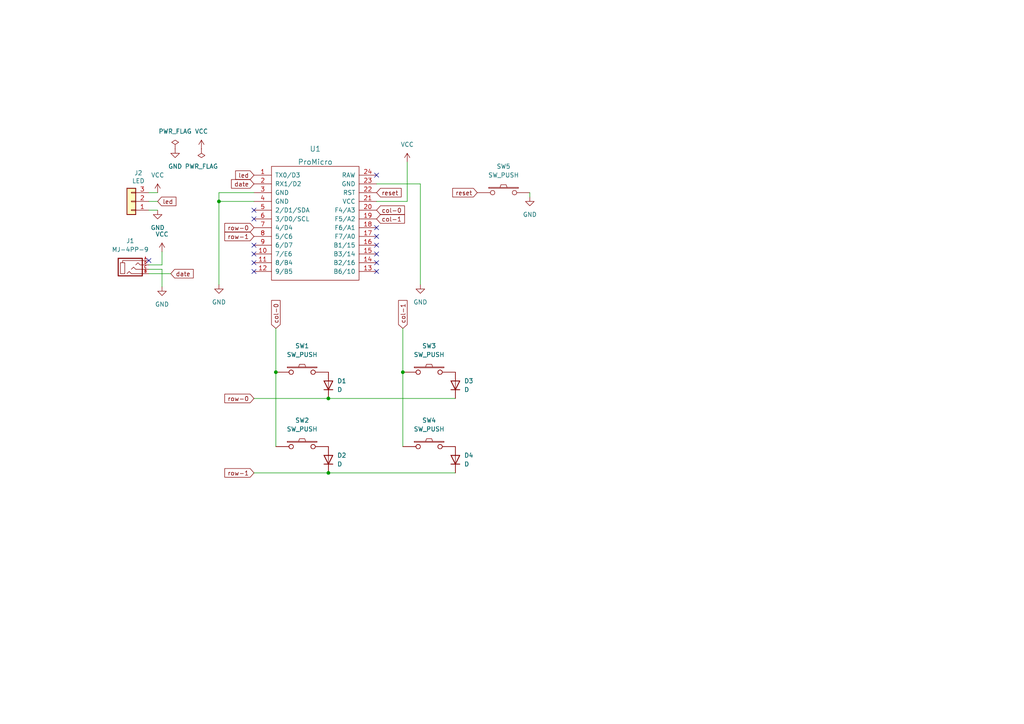
<source format=kicad_sch>
(kicad_sch (version 20211123) (generator eeschema)
  (paper "A4")
  (lib_symbols
    (symbol "Connector_Generic:Conn_01x03" (pin_names (offset 1.016) hide)
      (property "Reference" "J" (at 0 5.08 0))
      (property "Value" "Conn_01x03" (at 0 -5.08 0))
      (symbol "Conn_01x03_1_1"
        (rectangle (start -1.27 -2.413) (end 0 -2.667) (stroke (width 0.1524)))
        (rectangle (start -1.27 0.127) (end 0 -0.127) (stroke (width 0.1524)))
        (rectangle (start -1.27 2.667) (end 0 2.413) (stroke (width 0.1524)))
        (rectangle (start -1.27 3.81) (end 1.27 -3.81) (stroke (width 0.254)) (fill (type background)))
        (pin passive line (at -5.08 2.54 0) (length 3.81) (name "Pin_1") (number "1"))
        (pin passive line (at -5.08 0 0) (length 3.81) (name "Pin_2") (number "2"))
        (pin passive line (at -5.08 -2.54 0) (length 3.81) (name "Pin_3") (number "3"))
      )
    )
    (symbol "Device:D" (pin_numbers hide) (pin_names (offset 1.016) hide)
      (property "Reference" "D" (at 0 2.54 0))
      (property "Value" "D" (at 0 -2.54 0))
      (symbol "D_0_1"
        (polyline (pts (xy -1.27 1.27) (xy -1.27 -1.27)) (stroke (width 0.254)))
        (polyline (pts (xy 1.27 0) (xy -1.27 0)))
        (polyline (pts (xy 1.27 1.27) (xy 1.27 -1.27) (xy -1.27 0) (xy 1.27 1.27)) (stroke (width 0.254)))
      )
      (symbol "D_1_1"
        (pin passive line (at -3.81 0 0) (length 2.54) (name "K") (number "1"))
        (pin passive line (at 3.81 0 180) (length 2.54) (name "A") (number "2"))
      )
    )
    (symbol "Keyboard:MJ-4PP-9" (pin_names (offset 1.016))
      (property "Reference" "J" (at 0 3.81 0))
      (property "Value" "MJ-4PP-9" (at 0 -3.81 0))
      (symbol "MJ-4PP-9_0_1"
        (rectangle (start -1.905 -1.905) (end -3.175 1.27))
        (polyline (pts (xy -2.54 1.27) (xy -2.54 1.905) (xy 3.175 1.905)))
        (polyline (pts (xy -1.27 -1.905) (xy -0.635 -1.27) (xy 0 -1.905) (xy 3.175 -1.905)))
        (polyline (pts (xy 0 -0.635) (xy 0.635 0) (xy 1.27 -0.635) (xy 3.175 -0.635)))
        (polyline (pts (xy 1.27 0.635) (xy 1.905 1.27) (xy 2.54 0.635) (xy 3.175 0.635)))
        (rectangle (start 3.175 2.54) (end -3.81 -2.54) (stroke (width 0.3048)))
      )
      (symbol "MJ-4PP-9_1_1"
        (pin input line (at 5.08 1.905 180) (length 2.0066) (name "~") (number "A"))
        (pin input line (at 5.08 -1.905 180) (length 2.0066) (name "~") (number "B"))
        (pin input line (at 5.08 -0.635 180) (length 2.0066) (name "~") (number "C"))
        (pin input line (at 5.08 0.635 180) (length 2.0066) (name "~") (number "D"))
      )
    )
    (symbol "Keyboard:ProMicro" (pin_names (offset 1.016))
      (property "Reference" "U" (at 0 19.05 0))
      (property "Value" "ProMicro" (at 0 -19.05 0))
      (symbol "ProMicro_0_1"
        (rectangle (start -12.7 16.51) (end 12.7 -16.51))
      )
      (symbol "ProMicro_1_1"
        (pin bidirectional line (at -17.78 13.97 0) (length 5.08) (name "TX0/D3") (number "1"))
        (pin bidirectional line (at -17.78 -8.89 0) (length 5.08) (name "7/E6") (number "10"))
        (pin bidirectional line (at -17.78 -11.43 0) (length 5.08) (name "8/B4") (number "11"))
        (pin bidirectional line (at -17.78 -13.97 0) (length 5.08) (name "9/B5") (number "12"))
        (pin bidirectional line (at 17.78 -13.97 180) (length 5.08) (name "B6/10") (number "13"))
        (pin bidirectional line (at 17.78 -11.43 180) (length 5.08) (name "B2/16") (number "14"))
        (pin bidirectional line (at 17.78 -8.89 180) (length 5.08) (name "B3/14") (number "15"))
        (pin bidirectional line (at 17.78 -6.35 180) (length 5.08) (name "B1/15") (number "16"))
        (pin bidirectional line (at 17.78 -3.81 180) (length 5.08) (name "F7/A0") (number "17"))
        (pin bidirectional line (at 17.78 -1.27 180) (length 5.08) (name "F6/A1") (number "18"))
        (pin bidirectional line (at 17.78 1.27 180) (length 5.08) (name "F5/A2") (number "19"))
        (pin bidirectional line (at -17.78 11.43 0) (length 5.08) (name "RX1/D2") (number "2"))
        (pin bidirectional line (at 17.78 3.81 180) (length 5.08) (name "F4/A3") (number "20"))
        (pin power_in line (at 17.78 6.35 180) (length 5.08) (name "VCC") (number "21"))
        (pin input line (at 17.78 8.89 180) (length 5.08) (name "RST") (number "22"))
        (pin power_in line (at 17.78 11.43 180) (length 5.08) (name "GND") (number "23"))
        (pin power_out line (at 17.78 13.97 180) (length 5.08) (name "RAW") (number "24"))
        (pin power_in line (at -17.78 8.89 0) (length 5.08) (name "GND") (number "3"))
        (pin power_in line (at -17.78 6.35 0) (length 5.08) (name "GND") (number "4"))
        (pin bidirectional line (at -17.78 3.81 0) (length 5.08) (name "2/D1/SDA") (number "5"))
        (pin bidirectional line (at -17.78 1.27 0) (length 5.08) (name "3/D0/SCL") (number "6"))
        (pin bidirectional line (at -17.78 -1.27 0) (length 5.08) (name "4/D4") (number "7"))
        (pin bidirectional line (at -17.78 -3.81 0) (length 5.08) (name "5/C6") (number "8"))
        (pin bidirectional line (at -17.78 -6.35 0) (length 5.08) (name "6/D7") (number "9"))
      )
    )
    (symbol "Keyboard:SW_PUSH" (pin_numbers hide) (pin_names (offset 1.016) hide)
      (property "Reference" "SW" (at 3.81 2.794 0))
      (property "Value" "SW_PUSH" (at 0 -2.032 0))
      (symbol "SW_PUSH_0_1"
        (rectangle (start -4.318 1.27) (end 4.318 1.524))
        (polyline (pts (xy -1.016 1.524) (xy -0.762 2.286) (xy 0.762 2.286) (xy 1.016 1.524)))
        (pin passive inverted (at -7.62 0 0) (length 5.08) (name "1") (number "1"))
        (pin passive inverted (at 7.62 0 180) (length 5.08) (name "2") (number "2"))
      )
    )
    (symbol "power:GND" (power) (pin_names (offset 0))
      (property "Value" "GND" (at 0 -3.81 0))
      (symbol "GND_0_1"
        (polyline (pts (xy 0 0) (xy 0 -1.27) (xy 1.27 -1.27) (xy 0 -2.54) (xy -1.27 -1.27) (xy 0 -1.27)))
      )
      (symbol "GND_1_1"
        (pin power_in line (at 0 0 270) (length 0) hide (name "GND") (number "1"))
      )
    )
    (symbol "power:PWR_FLAG" (power) (pin_numbers hide) (pin_names (offset 0) hide)
      (property "Value" "PWR_FLAG" (at 0 3.81 0))
      (symbol "PWR_FLAG_0_0"
        (pin power_out line (at 0 0 90) (length 0) (name "pwr") (number "1"))
      )
      (symbol "PWR_FLAG_0_1"
        (polyline (pts (xy 0 0) (xy 0 1.27) (xy -1.016 1.905) (xy 0 2.54) (xy 1.016 1.905) (xy 0 1.27)))
      )
    )
    (symbol "power:VCC" (power) (pin_names (offset 0))
      (property "Value" "VCC" (at 0 3.81 0))
      (symbol "VCC_0_1"
        (polyline (pts (xy -0.762 1.27) (xy 0 2.54)))
        (polyline (pts (xy 0 0) (xy 0 2.54)))
        (polyline (pts (xy 0 2.54) (xy 0.762 1.27)))
      )
      (symbol "VCC_1_1"
        (pin power_in line (at 0 0 90) (length 0) hide (name "VCC") (number "1"))
      )
    )
  )
  (junction (at 95.25 115.57))
  (junction (at 63.5 58.42))
  (junction (at 116.84 107.95))
  (junction (at 80.01 107.95))
  (junction (at 95.25 137.16))
  (no_connect (at 43.18 75.565))
  (no_connect (at 73.66 63.5))
  (no_connect (at 73.66 60.96))
  (no_connect (at 109.22 50.8))
  (no_connect (at 109.22 78.74))
  (no_connect (at 109.22 76.2))
  (no_connect (at 109.22 73.66))
  (no_connect (at 109.22 71.12))
  (no_connect (at 109.22 66.04))
  (no_connect (at 109.22 68.58))
  (no_connect (at 73.66 71.12))
  (no_connect (at 73.66 73.66))
  (no_connect (at 73.66 76.2))
  (no_connect (at 73.66 78.74))
  (wire (pts (xy 73.66 55.88) (xy 63.5 55.88)))
  (wire (pts (xy 46.99 76.835) (xy 43.18 76.835)))
  (wire (pts (xy 95.25 115.57) (xy 132.08 115.57)))
  (wire (pts (xy 73.66 115.57) (xy 95.25 115.57)))
  (wire (pts (xy 63.5 55.88) (xy 63.5 58.42)))
  (wire (pts (xy 118.11 46.99) (xy 118.11 58.42)))
  (wire (pts (xy 43.18 55.88) (xy 45.72 55.88)))
  (wire (pts (xy 43.18 58.42) (xy 45.72 58.42)))
  (wire (pts (xy 121.92 53.34) (xy 121.92 82.55)))
  (wire (pts (xy 43.18 79.375) (xy 49.53 79.375)))
  (wire (pts (xy 109.22 58.42) (xy 118.11 58.42)))
  (wire (pts (xy 109.22 53.34) (xy 121.92 53.34)))
  (wire (pts (xy 63.5 58.42) (xy 73.66 58.42)))
  (wire (pts (xy 63.5 58.42) (xy 63.5 82.55)))
  (wire (pts (xy 43.18 60.96) (xy 45.72 60.96)))
  (wire (pts (xy 80.01 95.25) (xy 80.01 107.95)))
  (wire (pts (xy 73.66 137.16) (xy 95.25 137.16)))
  (wire (pts (xy 46.99 73.025) (xy 46.99 76.835)))
  (wire (pts (xy 46.99 78.105) (xy 46.99 83.185)))
  (wire (pts (xy 116.84 107.95) (xy 116.84 129.54)))
  (wire (pts (xy 43.18 78.105) (xy 46.99 78.105)))
  (wire (pts (xy 153.67 55.88) (xy 153.67 57.15)))
  (wire (pts (xy 80.01 107.95) (xy 80.01 129.54)))
  (wire (pts (xy 95.25 137.16) (xy 132.08 137.16)))
  (wire (pts (xy 116.84 95.25) (xy 116.84 107.95)))
  (global_label "row-1" (shape input) (at 73.66 137.16 180) (property "Intersheet References" "${INTERSHEET_REFS}" (effects hide)))
  (global_label "col-1" (shape input) (at 116.84 95.25 90) (property "Intersheet References" "${INTERSHEET_REFS}" (effects hide)))
  (global_label "row-0" (shape input) (at 73.66 115.57 180) (property "Intersheet References" "${INTERSHEET_REFS}" (effects hide)))
  (global_label "row-0" (shape input) (at 73.66 66.04 180) (property "Intersheet References" "${INTERSHEET_REFS}" (effects hide)))
  (global_label "row-1" (shape input) (at 73.66 68.58 180) (property "Intersheet References" "${INTERSHEET_REFS}" (effects hide)))
  (global_label "col-0" (shape input) (at 80.01 95.25 90) (property "Intersheet References" "${INTERSHEET_REFS}" (effects hide)))
  (global_label "date" (shape input) (at 49.53 79.375 0) (property "Intersheet References" "${INTERSHEET_REFS}" (effects hide)))
  (global_label "col-0" (shape input) (at 109.22 60.96 0) (property "Intersheet References" "${INTERSHEET_REFS}" (effects hide)))
  (global_label "led" (shape input) (at 45.72 58.42 0) (property "Intersheet References" "${INTERSHEET_REFS}" (effects hide)))
  (global_label "led" (shape input) (at 73.66 50.8 180) (property "Intersheet References" "${INTERSHEET_REFS}" (effects hide)))
  (global_label "reset" (shape input) (at 109.22 55.88 0) (property "Intersheet References" "${INTERSHEET_REFS}" (effects hide)))
  (global_label "col-1" (shape input) (at 109.22 63.5 0) (property "Intersheet References" "${INTERSHEET_REFS}" (effects hide)))
  (global_label "date" (shape input) (at 73.66 53.34 180) (property "Intersheet References" "${INTERSHEET_REFS}" (effects hide)))
  (global_label "reset" (shape input) (at 138.43 55.88 180) (property "Intersheet References" "${INTERSHEET_REFS}" (effects hide)))
  (symbol (lib_id "power:VCC") (at 46.99 73.025 0) (unit 1)
    (property "Reference" "#PWR01" (effects hide))
    (property "Value" "VCC" (at 46.99 67.945 0))
  )
  (symbol (lib_id "power:GND") (at 50.8 43.18 0) (unit 1)
    (property "Reference" "#PWR03" (effects hide))
    (property "Value" "GND" (at 50.8 48.26 0))
  )
  (symbol (lib_id "power:PWR_FLAG") (at 58.42 43.18 180) (unit 1)
    (property "Reference" "#FLG02" (effects hide))
    (property "Value" "PWR_FLAG" (at 58.42 48.26 0))
  )
  (symbol (lib_id "Keyboard:SW_PUSH") (at 124.46 129.54 0) (unit 1)
    (property "Reference" "SW4" (at 124.46 121.92 0))
    (property "Value" "SW_PUSH" (at 124.46 124.46 0))
    (property "Footprint" "kbd.pretty:CherryMX_Choc_Hotswap" (effects hide))
  )
  (symbol (lib_id "Keyboard:SW_PUSH") (at 87.63 107.95 0) (unit 1)
    (property "Reference" "SW1" (at 87.63 100.33 0))
    (property "Value" "SW_PUSH" (at 87.63 102.87 0))
    (property "Footprint" "kbd.pretty:CherryMX_Choc_Hotswap" (effects hide))
  )
  (symbol (lib_id "Keyboard:MJ-4PP-9") (at 38.1 77.47 0) (unit 1)
    (property "Reference" "J1" (at 37.7825 69.85 0))
    (property "Value" "MJ-4PP-9" (at 37.7825 72.39 0))
    (property "Footprint" "kbd.pretty:MJ-4PP-9" (effects hide))
  )
  (symbol (lib_id "Device:D") (at 132.08 133.35 90) (unit 1)
    (property "Reference" "D4" (at 134.62 132.0799 90) (effects (justify right)))
    (property "Value" "D" (at 134.62 134.6199 90) (effects (justify right)))
    (property "Footprint" "kbd.pretty:D3_SMD" (effects hide))
  )
  (symbol (lib_id "power:GND") (at 63.5 82.55 0) (unit 1)
    (property "Reference" "#PWR05" (effects hide))
    (property "Value" "GND" (at 63.5 87.63 0))
  )
  (symbol (lib_id "power:PWR_FLAG") (at 50.8 43.18 0) (unit 1)
    (property "Reference" "#FLG01" (effects hide))
    (property "Value" "PWR_FLAG" (at 50.8 38.1 0))
  )
  (symbol (lib_id "Keyboard:SW_PUSH") (at 124.46 107.95 0) (unit 1)
    (property "Reference" "SW3" (at 124.46 100.33 0))
    (property "Value" "SW_PUSH" (at 124.46 102.87 0))
    (property "Footprint" "kbd.pretty:CherryMX_Choc_Hotswap" (effects hide))
  )
  (symbol (lib_id "power:GND") (at 45.72 60.96 0) (unit 1)
    (property "Reference" "#PWR0101" (effects hide))
    (property "Value" "GND" (at 45.72 66.04 0))
  )
  (symbol (lib_id "Keyboard:SW_PUSH") (at 87.63 129.54 0) (unit 1)
    (property "Reference" "SW2" (at 87.63 121.92 0))
    (property "Value" "SW_PUSH" (at 87.63 124.46 0))
    (property "Footprint" "kbd.pretty:CherryMX_Choc_Hotswap" (effects hide))
  )
  (symbol (lib_id "power:VCC") (at 58.42 43.18 0) (unit 1)
    (property "Reference" "#PWR04" (effects hide))
    (property "Value" "VCC" (at 58.42 38.1 0))
  )
  (symbol (lib_id "Device:D") (at 132.08 111.76 90) (unit 1)
    (property "Reference" "D3" (at 134.62 110.4899 90) (effects (justify right)))
    (property "Value" "D" (at 134.62 113.0299 90) (effects (justify right)))
    (property "Footprint" "kbd.pretty:D3_SMD" (effects hide))
  )
  (symbol (lib_id "power:VCC") (at 45.72 55.88 0) (unit 1)
    (property "Reference" "#PWR0102" (effects hide))
    (property "Value" "VCC" (at 45.72 50.8 0))
  )
  (symbol (lib_id "power:GND") (at 46.99 83.185 0) (unit 1)
    (property "Reference" "#PWR02" (effects hide))
    (property "Value" "GND" (at 46.99 88.265 0))
  )
  (symbol (lib_id "power:VCC") (at 118.11 46.99 0) (unit 1)
    (property "Reference" "#PWR06" (effects hide))
    (property "Value" "VCC" (at 118.11 41.91 0))
  )
  (symbol (lib_id "Device:D") (at 95.25 111.76 90) (unit 1)
    (property "Reference" "D1" (at 97.79 110.4899 90) (effects (justify right)))
    (property "Value" "D" (at 97.79 113.0299 90) (effects (justify right)))
    (property "Footprint" "kbd.pretty:D3_SMD" (effects hide))
  )
  (symbol (lib_id "power:GND") (at 153.67 57.15 0) (unit 1)
    (property "Reference" "#PWR08" (effects hide))
    (property "Value" "GND" (at 153.67 62.23 0))
  )
  (symbol (lib_id "Device:D") (at 95.25 133.35 90) (unit 1)
    (property "Reference" "D2" (at 97.79 132.0799 90) (effects (justify right)))
    (property "Value" "D" (at 97.79 134.6199 90) (effects (justify right)))
    (property "Footprint" "kbd.pretty:D3_SMD" (effects hide))
  )
  (symbol (lib_id "power:GND") (at 121.92 82.55 0) (unit 1)
    (property "Reference" "#PWR07" (effects hide))
    (property "Value" "GND" (at 121.92 87.63 0))
  )
  (symbol (lib_id "Connector_Generic:Conn_01x03") (at 38.1 58.42 180) (unit 1)
    (property "Reference" "J2" (at 40.132 50.165 0))
    (property "Value" "LED" (at 40.132 52.4764 0))
    (property "Footprint" "kbd.pretty:StripLED_rev" (effects hide))
  )
  (symbol (lib_id "Keyboard:SW_PUSH") (at 146.05 55.88 0) (unit 1)
    (property "Reference" "SW5" (at 146.05 48.26 0))
    (property "Value" "SW_PUSH" (at 146.05 50.8 0))
    (property "Footprint" "kbd.pretty:CherryMX_Choc_Hotswap" (effects hide))
  )
  (symbol (lib_id "Keyboard:ProMicro") (at 91.44 64.77 0) (unit 1)
    (property "Reference" "U1" (at 91.44 43.18 0) (effects (font (size 1.524 1.524))))
    (property "Value" "ProMicro" (at 91.44 46.99 0) (effects (font (size 1.524 1.524))))
    (property "Footprint" "kbd.pretty:ProMicro_v2" (effects hide))
  )
)
</source>
